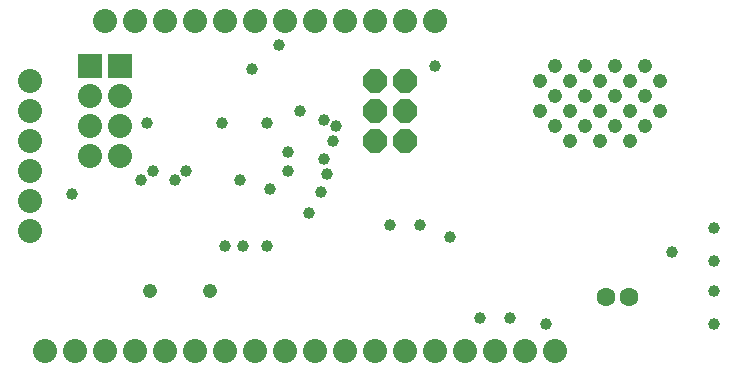
<source format=gbs>
G75*
%MOIN*%
%OFA0B0*%
%FSLAX24Y24*%
%IPPOS*%
%LPD*%
%AMOC8*
5,1,8,0,0,1.08239X$1,22.5*
%
%ADD10C,0.0800*%
%ADD11OC8,0.0800*%
%ADD12R,0.0800X0.0800*%
%ADD13C,0.0630*%
%ADD14C,0.0397*%
%ADD15C,0.0476*%
D10*
X001600Y000900D03*
X002600Y000900D03*
X003600Y000900D03*
X004600Y000900D03*
X005600Y000900D03*
X006600Y000900D03*
X007600Y000900D03*
X008600Y000900D03*
X009600Y000900D03*
X010600Y000900D03*
X011600Y000900D03*
X012600Y000900D03*
X013600Y000900D03*
X014600Y000900D03*
X015600Y000900D03*
X016600Y000900D03*
X017600Y000900D03*
X018600Y000900D03*
X004100Y007400D03*
X003100Y007400D03*
X003100Y008400D03*
X004100Y008400D03*
X004100Y009400D03*
X003100Y009400D03*
X001100Y008900D03*
X001100Y009900D03*
X001100Y007900D03*
X001100Y006900D03*
X001100Y005900D03*
X001100Y004900D03*
X003600Y011900D03*
X004600Y011900D03*
X005600Y011900D03*
X006600Y011900D03*
X007600Y011900D03*
X008600Y011900D03*
X009600Y011900D03*
X010600Y011900D03*
X011600Y011900D03*
X012600Y011900D03*
X013600Y011900D03*
X014600Y011900D03*
D11*
X013600Y009900D03*
X012600Y009900D03*
X012600Y008900D03*
X013600Y008900D03*
X013600Y007900D03*
X012600Y007900D03*
D12*
X004100Y010400D03*
X003100Y010400D03*
D13*
X020306Y002700D03*
X021094Y002700D03*
D14*
X022500Y004200D03*
X023900Y003900D03*
X023900Y002900D03*
X023900Y001800D03*
X018300Y001800D03*
X017100Y002000D03*
X016100Y002000D03*
X015100Y004700D03*
X014100Y005100D03*
X013100Y005100D03*
X010800Y006200D03*
X011000Y006800D03*
X010900Y007300D03*
X011200Y007900D03*
X011300Y008400D03*
X010900Y008600D03*
X010100Y008900D03*
X009000Y008500D03*
X007500Y008500D03*
X009700Y007550D03*
X009700Y006900D03*
X009100Y006300D03*
X008100Y006600D03*
X006300Y006900D03*
X005950Y006600D03*
X005200Y006900D03*
X004800Y006600D03*
X002500Y006150D03*
X005000Y008500D03*
X008500Y010300D03*
X009400Y011100D03*
X014600Y010400D03*
X010400Y005500D03*
X009000Y004400D03*
X008200Y004400D03*
X007600Y004400D03*
X023900Y005000D03*
D15*
X021100Y007900D03*
X020600Y008400D03*
X020100Y007900D03*
X019600Y008400D03*
X019100Y007900D03*
X018600Y008400D03*
X018100Y008900D03*
X018600Y009400D03*
X019100Y008900D03*
X019600Y009400D03*
X020100Y008900D03*
X020600Y009400D03*
X021100Y008900D03*
X021600Y009400D03*
X022100Y008900D03*
X021600Y008400D03*
X021100Y009900D03*
X020600Y010400D03*
X020100Y009900D03*
X019600Y010400D03*
X019100Y009900D03*
X018600Y010400D03*
X018100Y009900D03*
X021600Y010400D03*
X022100Y009900D03*
X007100Y002900D03*
X005100Y002900D03*
M02*

</source>
